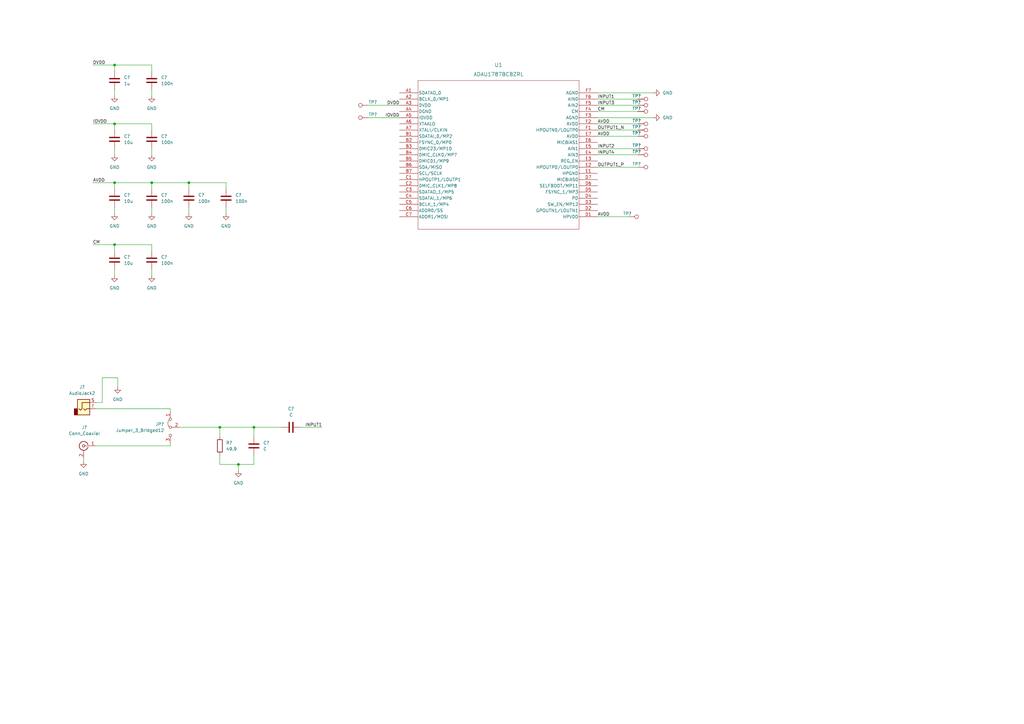
<source format=kicad_sch>
(kicad_sch (version 20211123) (generator eeschema)
  (paper "A3")
  (lib_symbols
    (symbol "ADAU1787:ADAU1787BCBZRL" (pin_names (offset 0.254))
      (property "Reference" "U" (at 40.64 10.16 0))
      (property "Value" "ADAU1787BCBZRL" (at 40.64 7.62 0))
      (symbol "ADAU1787BCBZRL_0_1"
        (polyline (pts (xy 7.62 -55.88) (xy 73.66 -55.88)) (stroke (width 0.127)))
        (polyline (pts (xy 7.62 5.08) (xy 7.62 -55.88)) (stroke (width 0.127)))
        (polyline (pts (xy 73.66 -55.88) (xy 73.66 5.08)) (stroke (width 0.127)))
        (polyline (pts (xy 73.66 5.08) (xy 7.62 5.08)) (stroke (width 0.127)))
        (pin bidirectional line (at 0 0 0) (length 7.62) (name "SDATAO_0") (number "A1"))
        (pin bidirectional line (at 0 -2.54 0) (length 7.62) (name "BCLK_0/MP1") (number "A2"))
        (pin power_in line (at 0 -5.08 0) (length 7.62) (name "DVDD") (number "A3"))
        (pin power_out line (at 0 -7.62 0) (length 7.62) (name "DGND") (number "A4"))
        (pin power_in line (at 0 -10.16 0) (length 7.62) (name "IOVDD") (number "A5"))
        (pin output line (at 0 -12.7 0) (length 7.62) (name "XTAALO") (number "A6"))
        (pin input line (at 0 -15.24 0) (length 7.62) (name "XTALI/CLKIN") (number "A7"))
        (pin bidirectional line (at 0 -17.78 0) (length 7.62) (name "SDATAI_0/MP2") (number "B1"))
        (pin bidirectional line (at 0 -20.32 0) (length 7.62) (name "FSYNC_0/MP0") (number "B2"))
        (pin bidirectional line (at 0 -22.86 0) (length 7.62) (name "DMIC23/MP10") (number "B3"))
        (pin bidirectional line (at 0 -25.4 0) (length 7.62) (name "DMIC_CLK0/MP7") (number "B4"))
        (pin bidirectional line (at 0 -27.94 0) (length 7.62) (name "DMIC01/MP9") (number "B5"))
        (pin bidirectional line (at 0 -30.48 0) (length 7.62) (name "SDA/MISO") (number "B6"))
        (pin input line (at 0 -33.02 0) (length 7.62) (name "SCL/SCLK") (number "B7"))
        (pin output line (at 0 -35.56 0) (length 7.62) (name "HPOUTP1/LOUTP1") (number "C1"))
        (pin bidirectional line (at 0 -38.1 0) (length 7.62) (name "DMIC_CLK1/MP8") (number "C2"))
        (pin bidirectional line (at 0 -40.64 0) (length 7.62) (name "SDATAO_1/MP5") (number "C3"))
        (pin bidirectional line (at 0 -43.18 0) (length 7.62) (name "SDATAI_1/MP6") (number "C4"))
        (pin bidirectional line (at 0 -45.72 0) (length 7.62) (name "BCLK_1/MP4") (number "C5"))
        (pin input line (at 0 -48.26 0) (length 7.62) (name "ADDR0/SS") (number "C6"))
        (pin input line (at 0 -50.8 0) (length 7.62) (name "ADDR1/MOSI") (number "C7"))
        (pin power_in line (at 81.28 -50.8 180) (length 7.62) (name "HPVDD") (number "D1"))
        (pin output line (at 81.28 -48.26 180) (length 7.62) (name "GPOUTN1/LOUTN1") (number "D2"))
        (pin input line (at 81.28 -45.72 180) (length 7.62) (name "SW_EN/MP12") (number "D3"))
        (pin input line (at 81.28 -43.18 180) (length 7.62) (name "PD") (number "D4"))
        (pin bidirectional line (at 81.28 -40.64 180) (length 7.62) (name "FSYNC_1/MP3") (number "D5"))
        (pin input line (at 81.28 -38.1 180) (length 7.62) (name "SELFBOOT/MP11") (number "D6"))
        (pin output line (at 81.28 -35.56 180) (length 7.62) (name "MICBIAS0") (number "D7"))
        (pin power_out line (at 81.28 -33.02 180) (length 7.62) (name "HPGND") (number "E1"))
        (pin output line (at 81.28 -30.48 180) (length 7.62) (name "HPOUTP0/LOUTP0") (number "E2"))
        (pin input line (at 81.28 -27.94 180) (length 7.62) (name "REG_EN") (number "E3"))
        (pin input line (at 81.28 -25.4 180) (length 7.62) (name "AIN3") (number "E4"))
        (pin input line (at 81.28 -22.86 180) (length 7.62) (name "AIN1") (number "E5"))
        (pin output line (at 81.28 -20.32 180) (length 7.62) (name "MICBIAS1") (number "E6"))
        (pin power_in line (at 81.28 -17.78 180) (length 7.62) (name "AVDD") (number "E7"))
        (pin output line (at 81.28 -15.24 180) (length 7.62) (name "HPOUTN0/LOUTP0") (number "F1"))
        (pin power_in line (at 81.28 -12.7 180) (length 7.62) (name "AVDD") (number "F2"))
        (pin power_out line (at 81.28 -10.16 180) (length 7.62) (name "AGND") (number "F3"))
        (pin output line (at 81.28 -7.62 180) (length 7.62) (name "CM") (number "F4"))
        (pin input line (at 81.28 -5.08 180) (length 7.62) (name "AIN2") (number "F5"))
        (pin input line (at 81.28 -2.54 180) (length 7.62) (name "AIN0") (number "F6"))
        (pin power_out line (at 81.28 0 180) (length 7.62) (name "AGND") (number "F7"))
      )
    )
    (symbol "Connector:AudioJack2"
      (property "Reference" "J" (at 0 8.89 0))
      (property "Value" "AudioJack2" (at 0 6.35 0))
      (symbol "AudioJack2_0_1"
        (rectangle (start -3.81 0) (end -2.54 -2.54) (stroke (width 0.254)) (fill (type outline)))
        (rectangle (start -2.54 3.81) (end 2.54 -2.54) (stroke (width 0.254)) (fill (type background)))
        (polyline (pts (xy 0 0) (xy 0.635 -0.635) (xy 1.27 0) (xy 2.54 0)) (stroke (width 0.254)))
        (polyline (pts (xy 2.54 2.54) (xy -0.635 2.54) (xy -0.635 0) (xy -1.27 -0.635) (xy -1.905 0)) (stroke (width 0.254)))
      )
      (symbol "AudioJack2_1_1"
        (pin passive line (at 5.08 2.54 180) (length 2.54) (name "~") (number "S"))
        (pin passive line (at 5.08 0 180) (length 2.54) (name "~") (number "T"))
      )
    )
    (symbol "Connector:Conn_Coaxial" (pin_names (offset 1.016) hide)
      (property "Reference" "J" (at 0.254 3.048 0))
      (property "Value" "Conn_Coaxial" (at 2.921 0 90))
      (symbol "Conn_Coaxial_0_1"
        (arc (start -1.778 -0.508) (mid 0.2311 -1.8066) (end 1.778 0) (stroke (width 0.254)))
        (polyline (pts (xy -2.54 0) (xy -0.508 0)))
        (polyline (pts (xy 0 -2.54) (xy 0 -1.778)))
        (circle (center 0 0) (radius 0.508) (stroke (width 0.2032)))
        (arc (start 1.778 0) (mid 0.2099 1.8101) (end -1.778 0.508) (stroke (width 0.254)))
      )
      (symbol "Conn_Coaxial_1_1"
        (pin passive line (at -5.08 0 0) (length 2.54) (name "In") (number "1"))
        (pin passive line (at 0 -5.08 90) (length 2.54) (name "Ext") (number "2"))
      )
    )
    (symbol "Connector:TestPoint" (pin_numbers hide) (pin_names (offset 0.762) hide)
      (property "Reference" "TP" (at 0 6.858 0))
      (property "Value" "TestPoint" (at 0 5.08 0))
      (symbol "TestPoint_0_1"
        (circle (center 0 3.302) (radius 0.762))
      )
      (symbol "TestPoint_1_1"
        (pin passive line (at 0 0 90) (length 2.54) (name "1") (number "1"))
      )
    )
    (symbol "Device:C" (pin_numbers hide) (pin_names (offset 0.254))
      (property "Reference" "C" (at 0.635 2.54 0))
      (property "Value" "C" (at 0.635 -2.54 0))
      (symbol "C_0_1"
        (polyline (pts (xy -2.032 -0.762) (xy 2.032 -0.762)) (stroke (width 0.508)))
        (polyline (pts (xy -2.032 0.762) (xy 2.032 0.762)) (stroke (width 0.508)))
      )
      (symbol "C_1_1"
        (pin passive line (at 0 3.81 270) (length 2.794) (name "~") (number "1"))
        (pin passive line (at 0 -3.81 90) (length 2.794) (name "~") (number "2"))
      )
    )
    (symbol "Device:R" (pin_numbers hide) (pin_names (offset 0))
      (property "Reference" "R" (at 2.032 0 90))
      (property "Value" "R" (at 0 0 90))
      (symbol "R_0_1"
        (rectangle (start -1.016 -2.54) (end 1.016 2.54) (stroke (width 0.254)))
      )
      (symbol "R_1_1"
        (pin passive line (at 0 3.81 270) (length 1.27) (name "~") (number "1"))
        (pin passive line (at 0 -3.81 90) (length 1.27) (name "~") (number "2"))
      )
    )
    (symbol "Jumper:Jumper_3_Bridged12" (pin_names (offset 0) hide)
      (property "Reference" "JP" (at -2.54 -2.54 0))
      (property "Value" "Jumper_3_Bridged12" (at 0 2.794 0))
      (symbol "Jumper_3_Bridged12_0_0"
        (circle (center -3.302 0) (radius 0.508))
        (circle (center 0 0) (radius 0.508))
        (circle (center 3.302 0) (radius 0.508))
      )
      (symbol "Jumper_3_Bridged12_0_1"
        (arc (start -0.254 0.508) (mid -1.651 0.9912) (end -3.048 0.508))
        (polyline (pts (xy 0 -1.27) (xy 0 -0.508)))
      )
      (symbol "Jumper_3_Bridged12_1_1"
        (pin passive line (at -6.35 0 0) (length 2.54) (name "A") (number "1"))
        (pin passive line (at 0 -3.81 90) (length 2.54) (name "C") (number "2"))
        (pin passive line (at 6.35 0 180) (length 2.54) (name "B") (number "3"))
      )
    )
    (symbol "power:GND" (power) (pin_names (offset 0))
      (property "Value" "GND" (at 0 -3.81 0))
      (symbol "GND_0_1"
        (polyline (pts (xy 0 0) (xy 0 -1.27) (xy 1.27 -1.27) (xy 0 -2.54) (xy -1.27 -1.27) (xy 0 -1.27)))
      )
      (symbol "GND_1_1"
        (pin power_in line (at 0 0 270) (length 0) hide (name "GND") (number "1"))
      )
    )
  )
  (junction (at 46.99 26.67))
  (junction (at 77.47 74.93))
  (junction (at 46.99 74.93))
  (junction (at 97.79 190.5))
  (junction (at 46.99 100.33))
  (junction (at 104.14 175.26))
  (junction (at 62.23 74.93))
  (junction (at 46.99 50.8))
  (junction (at 90.17 175.26))
  (wire (pts (xy 123.19 175.26) (xy 132.08 175.26)))
  (wire (pts (xy 46.99 60.96) (xy 46.99 63.5)))
  (wire (pts (xy 77.47 85.09) (xy 77.47 87.63)))
  (wire (pts (xy 261.62 60.96) (xy 245.11 60.96)))
  (wire (pts (xy 77.47 74.93) (xy 92.71 74.93)))
  (wire (pts (xy 38.1 26.67) (xy 46.99 26.67)))
  (wire (pts (xy 69.85 167.64) (xy 39.37 167.64)))
  (wire (pts (xy 90.17 175.26) (xy 104.14 175.26)))
  (wire (pts (xy 62.23 100.33) (xy 62.23 102.87)))
  (wire (pts (xy 46.99 77.47) (xy 46.99 74.93)))
  (wire (pts (xy 261.62 55.88) (xy 245.11 55.88)))
  (wire (pts (xy 34.29 187.96) (xy 34.29 189.23)))
  (wire (pts (xy 62.23 85.09) (xy 62.23 87.63)))
  (wire (pts (xy 92.71 74.93) (xy 92.71 77.47)))
  (wire (pts (xy 62.23 60.96) (xy 62.23 63.5)))
  (wire (pts (xy 97.79 190.5) (xy 104.14 190.5)))
  (wire (pts (xy 104.14 175.26) (xy 104.14 179.07)))
  (wire (pts (xy 261.62 68.58) (xy 245.11 68.58)))
  (wire (pts (xy 38.1 74.93) (xy 46.99 74.93)))
  (wire (pts (xy 77.47 74.93) (xy 77.47 77.47)))
  (wire (pts (xy 46.99 36.83) (xy 46.99 39.37)))
  (wire (pts (xy 261.62 63.5) (xy 245.11 63.5)))
  (wire (pts (xy 46.99 102.87) (xy 46.99 100.33)))
  (wire (pts (xy 90.17 175.26) (xy 90.17 179.07)))
  (wire (pts (xy 245.11 38.1) (xy 267.97 38.1)))
  (wire (pts (xy 38.1 100.33) (xy 46.99 100.33)))
  (wire (pts (xy 151.13 43.18) (xy 163.83 43.18)))
  (wire (pts (xy 41.91 154.94) (xy 48.26 154.94)))
  (wire (pts (xy 39.37 165.1) (xy 41.91 165.1)))
  (wire (pts (xy 48.26 154.94) (xy 48.26 158.75)))
  (wire (pts (xy 104.14 175.26) (xy 115.57 175.26)))
  (wire (pts (xy 97.79 190.5) (xy 97.79 193.04)))
  (wire (pts (xy 69.85 168.91) (xy 69.85 167.64)))
  (wire (pts (xy 46.99 53.34) (xy 46.99 50.8)))
  (wire (pts (xy 46.99 85.09) (xy 46.99 87.63)))
  (wire (pts (xy 261.62 40.64) (xy 245.11 40.64)))
  (wire (pts (xy 46.99 100.33) (xy 62.23 100.33)))
  (wire (pts (xy 69.85 182.88) (xy 69.85 181.61)))
  (wire (pts (xy 62.23 74.93) (xy 62.23 77.47)))
  (wire (pts (xy 46.99 50.8) (xy 62.23 50.8)))
  (wire (pts (xy 39.37 182.88) (xy 69.85 182.88)))
  (wire (pts (xy 151.13 48.26) (xy 163.83 48.26)))
  (wire (pts (xy 261.62 53.34) (xy 245.11 53.34)))
  (wire (pts (xy 261.62 50.8) (xy 245.11 50.8)))
  (wire (pts (xy 46.99 74.93) (xy 62.23 74.93)))
  (wire (pts (xy 41.91 165.1) (xy 41.91 154.94)))
  (wire (pts (xy 62.23 110.49) (xy 62.23 113.03)))
  (wire (pts (xy 245.11 48.26) (xy 267.97 48.26)))
  (wire (pts (xy 92.71 85.09) (xy 92.71 87.63)))
  (wire (pts (xy 62.23 74.93) (xy 77.47 74.93)))
  (wire (pts (xy 73.66 175.26) (xy 90.17 175.26)))
  (wire (pts (xy 46.99 26.67) (xy 62.23 26.67)))
  (wire (pts (xy 104.14 190.5) (xy 104.14 186.69)))
  (wire (pts (xy 46.99 29.21) (xy 46.99 26.67)))
  (wire (pts (xy 90.17 190.5) (xy 97.79 190.5)))
  (wire (pts (xy 62.23 36.83) (xy 62.23 39.37)))
  (wire (pts (xy 90.17 186.69) (xy 90.17 190.5)))
  (wire (pts (xy 38.1 50.8) (xy 46.99 50.8)))
  (wire (pts (xy 62.23 50.8) (xy 62.23 53.34)))
  (wire (pts (xy 261.62 45.72) (xy 245.11 45.72)))
  (wire (pts (xy 257.81 88.9) (xy 245.11 88.9)))
  (wire (pts (xy 62.23 26.67) (xy 62.23 29.21)))
  (wire (pts (xy 261.62 43.18) (xy 245.11 43.18)))
  (wire (pts (xy 46.99 110.49) (xy 46.99 113.03)))
  (label "AVDD" (at 38.1 74.93 0))
  (label "CM" (at 38.1 100.33 0))
  (label "IOVDD" (at 163.83 48.26 180))
  (label "INPUT2" (at 245.11 60.96 0))
  (label "OUTPUT1_N" (at 245.11 53.34 0))
  (label "IOVDD" (at 38.1 50.8 0))
  (label "OUTPUT1_P" (at 245.11 68.58 0))
  (label "INPUT1" (at 245.11 40.64 0))
  (label "INPUT1" (at 132.08 175.26 180))
  (label "CM" (at 245.11 45.72 0))
  (label "INPUT3" (at 245.11 43.18 0))
  (label "AVDD" (at 245.11 50.8 0))
  (label "INPUT4" (at 245.11 63.5 0))
  (label "DVDD" (at 163.83 43.18 180))
  (label "DVDD" (at 38.1 26.67 0))
  (label "AVDD" (at 245.11 88.9 0))
  (label "AVDD" (at 245.11 55.88 0))
  (symbol (lib_id "Device:C") (at 46.99 106.68 0) (unit 1)
    (property "Reference" "C?" (at 50.8 105.4099 0) (effects (justify left)))
    (property "Value" "10u" (at 50.8 107.9499 0) (effects (justify left)))
  )
  (symbol (lib_id "power:GND") (at 267.97 48.26 90) (unit 1)
    (property "Reference" "#PWR?" (effects hide))
    (property "Value" "GND" (at 271.78 48.2599 90) (effects (justify right)))
  )
  (symbol (lib_id "Connector:TestPoint") (at 261.62 43.18 270) (unit 1)
    (property "Reference" "TP?" (at 262.89 41.91 90) (effects (justify right)))
    (property "Value" "TestPoint" (effects hide))
  )
  (symbol (lib_id "Device:C") (at 62.23 33.02 0) (unit 1)
    (property "Reference" "C?" (at 66.04 31.7499 0) (effects (justify left)))
    (property "Value" "100n" (at 66.04 34.2899 0) (effects (justify left)))
  )
  (symbol (lib_id "power:GND") (at 92.71 87.63 0) (unit 1)
    (property "Reference" "#PWR?" (effects hide))
    (property "Value" "GND" (at 92.71 92.71 0))
  )
  (symbol (lib_id "ADAU1787:ADAU1787BCBZRL") (at 163.83 38.1 0) (unit 1)
    (property "Reference" "U1" (at 204.47 26.67 0) (effects (font (size 1.524 1.524))))
    (property "Value" "ADAU1787BCBZRL" (at 204.47 30.48 0) (effects (font (size 1.524 1.524))))
    (property "Footprint" "ADAU1787:CB-42-2_ADI-L" (effects hide))
    (property "Datasheet" "ADAU1787BCBZRL" (effects hide))
  )
  (symbol (lib_id "Device:C") (at 77.47 81.28 0) (unit 1)
    (property "Reference" "C?" (at 81.28 80.0099 0) (effects (justify left)))
    (property "Value" "100n" (at 81.28 82.5499 0) (effects (justify left)))
  )
  (symbol (lib_id "power:GND") (at 62.23 63.5 0) (unit 1)
    (property "Reference" "#PWR?" (effects hide))
    (property "Value" "GND" (at 62.23 68.58 0))
  )
  (symbol (lib_id "Connector:TestPoint") (at 261.62 45.72 270) (unit 1)
    (property "Reference" "TP?" (at 262.89 44.45 90) (effects (justify right)))
    (property "Value" "TestPoint" (effects hide))
  )
  (symbol (lib_id "Connector:AudioJack2") (at 34.29 167.64 0) (unit 1)
    (property "Reference" "J?" (at 33.655 158.75 0))
    (property "Value" "AudioJack2" (at 33.655 161.29 0))
  )
  (symbol (lib_id "Device:C") (at 104.14 182.88 0) (unit 1)
    (property "Reference" "C?" (at 107.95 181.6099 0) (effects (justify left)))
    (property "Value" "C" (at 107.95 184.1499 0) (effects (justify left)))
  )
  (symbol (lib_id "power:GND") (at 34.29 189.23 0) (unit 1)
    (property "Reference" "#PWR?" (effects hide))
    (property "Value" "GND" (at 34.29 194.31 0))
  )
  (symbol (lib_id "Device:R") (at 90.17 182.88 0) (unit 1)
    (property "Reference" "R?" (at 92.71 181.6099 0) (effects (justify left)))
    (property "Value" "49.9" (at 92.71 184.1499 0) (effects (justify left)))
  )
  (symbol (lib_id "Connector:TestPoint") (at 261.62 68.58 270) (unit 1)
    (property "Reference" "TP?" (at 262.89 67.31 90) (effects (justify right)))
    (property "Value" "TestPoint" (effects hide))
  )
  (symbol (lib_id "power:GND") (at 46.99 87.63 0) (unit 1)
    (property "Reference" "#PWR?" (effects hide))
    (property "Value" "GND" (at 46.99 92.71 0))
  )
  (symbol (lib_id "power:GND") (at 62.23 39.37 0) (unit 1)
    (property "Reference" "#PWR?" (effects hide))
    (property "Value" "GND" (at 62.23 44.45 0))
  )
  (symbol (lib_id "Connector:TestPoint") (at 261.62 50.8 270) (unit 1)
    (property "Reference" "TP?" (at 262.89 49.53 90) (effects (justify right)))
    (property "Value" "TestPoint" (effects hide))
  )
  (symbol (lib_id "power:GND") (at 97.79 193.04 0) (unit 1)
    (property "Reference" "#PWR?" (effects hide))
    (property "Value" "GND" (at 97.79 198.12 0))
  )
  (symbol (lib_id "Connector:TestPoint") (at 151.13 43.18 90) (unit 1)
    (property "Reference" "TP?" (at 151.13 41.91 90) (effects (justify right)))
    (property "Value" "TestPoint" (effects hide))
  )
  (symbol (lib_id "Connector:TestPoint") (at 151.13 48.26 90) (unit 1)
    (property "Reference" "TP?" (at 151.13 46.99 90) (effects (justify right)))
    (property "Value" "TestPoint" (effects hide))
  )
  (symbol (lib_id "Connector:TestPoint") (at 257.81 88.9 270) (unit 1)
    (property "Reference" "TP?" (at 259.08 87.63 90) (effects (justify right)))
    (property "Value" "TestPoint" (effects hide))
  )
  (symbol (lib_id "Device:C") (at 92.71 81.28 0) (unit 1)
    (property "Reference" "C?" (at 96.52 80.0099 0) (effects (justify left)))
    (property "Value" "100n" (at 96.52 82.5499 0) (effects (justify left)))
  )
  (symbol (lib_id "Connector:TestPoint") (at 261.62 40.64 270) (unit 1)
    (property "Reference" "TP?" (at 262.89 39.37 90) (effects (justify right)))
    (property "Value" "TestPoint" (effects hide))
  )
  (symbol (lib_id "Device:C") (at 46.99 33.02 0) (unit 1)
    (property "Reference" "C?" (at 50.8 31.7499 0) (effects (justify left)))
    (property "Value" "1u" (at 50.8 34.2899 0) (effects (justify left)))
  )
  (symbol (lib_id "power:GND") (at 77.47 87.63 0) (unit 1)
    (property "Reference" "#PWR?" (effects hide))
    (property "Value" "GND" (at 77.47 92.71 0))
  )
  (symbol (lib_id "Jumper:Jumper_3_Bridged12") (at 69.85 175.26 90) (mirror x) (unit 1)
    (property "Reference" "JP?" (at 67.31 173.9899 90) (effects (justify left)))
    (property "Value" "Jumper_3_Bridged12" (at 67.31 176.5299 90) (effects (justify left)))
  )
  (symbol (lib_id "Connector:TestPoint") (at 261.62 53.34 270) (unit 1)
    (property "Reference" "TP?" (at 262.89 52.07 90) (effects (justify right)))
    (property "Value" "TestPoint" (effects hide))
  )
  (symbol (lib_id "Connector:TestPoint") (at 261.62 60.96 270) (unit 1)
    (property "Reference" "TP?" (at 262.89 59.69 90) (effects (justify right)))
    (property "Value" "TestPoint" (effects hide))
  )
  (symbol (lib_id "Device:C") (at 46.99 57.15 0) (unit 1)
    (property "Reference" "C?" (at 50.8 55.8799 0) (effects (justify left)))
    (property "Value" "10u" (at 50.8 58.4199 0) (effects (justify left)))
  )
  (symbol (lib_id "Device:C") (at 46.99 81.28 0) (unit 1)
    (property "Reference" "C?" (at 50.8 80.0099 0) (effects (justify left)))
    (property "Value" "10u" (at 50.8 82.5499 0) (effects (justify left)))
  )
  (symbol (lib_id "power:GND") (at 46.99 63.5 0) (unit 1)
    (property "Reference" "#PWR?" (effects hide))
    (property "Value" "GND" (at 46.99 68.58 0))
  )
  (symbol (lib_id "power:GND") (at 46.99 113.03 0) (unit 1)
    (property "Reference" "#PWR?" (effects hide))
    (property "Value" "GND" (at 46.99 118.11 0))
  )
  (symbol (lib_id "Device:C") (at 62.23 106.68 0) (unit 1)
    (property "Reference" "C?" (at 66.04 105.4099 0) (effects (justify left)))
    (property "Value" "100n" (at 66.04 107.9499 0) (effects (justify left)))
  )
  (symbol (lib_id "Device:C") (at 62.23 81.28 0) (unit 1)
    (property "Reference" "C?" (at 66.04 80.0099 0) (effects (justify left)))
    (property "Value" "100n" (at 66.04 82.5499 0) (effects (justify left)))
  )
  (symbol (lib_id "Connector:TestPoint") (at 261.62 55.88 270) (unit 1)
    (property "Reference" "TP?" (at 262.89 54.61 90) (effects (justify right)))
    (property "Value" "TestPoint" (effects hide))
  )
  (symbol (lib_id "power:GND") (at 267.97 38.1 90) (unit 1)
    (property "Reference" "#PWR?" (effects hide))
    (property "Value" "GND" (at 271.78 38.0999 90) (effects (justify right)))
  )
  (symbol (lib_id "power:GND") (at 48.26 158.75 0) (unit 1)
    (property "Reference" "#PWR?" (effects hide))
    (property "Value" "GND" (at 48.26 163.83 0))
  )
  (symbol (lib_id "power:GND") (at 62.23 87.63 0) (unit 1)
    (property "Reference" "#PWR?" (effects hide))
    (property "Value" "GND" (at 62.23 92.71 0))
  )
  (symbol (lib_id "Connector:TestPoint") (at 261.62 63.5 270) (unit 1)
    (property "Reference" "TP?" (at 262.89 62.23 90) (effects (justify right)))
    (property "Value" "TestPoint" (effects hide))
  )
  (symbol (lib_id "power:GND") (at 62.23 113.03 0) (unit 1)
    (property "Reference" "#PWR?" (effects hide))
    (property "Value" "GND" (at 62.23 118.11 0))
  )
  (symbol (lib_id "power:GND") (at 46.99 39.37 0) (unit 1)
    (property "Reference" "#PWR?" (effects hide))
    (property "Value" "GND" (at 46.99 44.45 0))
  )
  (symbol (lib_id "Device:C") (at 119.38 175.26 90) (unit 1)
    (property "Reference" "C?" (at 119.38 167.64 90))
    (property "Value" "C" (at 119.38 170.18 90))
  )
  (symbol (lib_id "Device:C") (at 62.23 57.15 0) (unit 1)
    (property "Reference" "C?" (at 66.04 55.8799 0) (effects (justify left)))
    (property "Value" "100n" (at 66.04 58.4199 0) (effects (justify left)))
  )
  (symbol (lib_id "Connector:Conn_Coaxial") (at 34.29 182.88 0) (mirror y) (unit 1)
    (property "Reference" "J?" (at 34.6074 175.26 0))
    (property "Value" "Conn_Coaxial" (at 34.6074 177.8 0))
    (property "Datasheet" " ~" (effects hide))
  )
)
</source>
